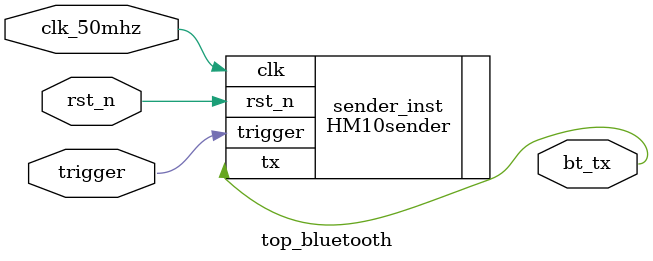
<source format=v>
module top_bluetooth #(
    parameter CLOCK_FREQ = 32'd50_000_000,
    parameter BAUD       = 32'd9600
)(
    input  wire clk_50mhz,
    input  wire rst_n,
    input  wire trigger,   // 1 cuando no hay porciones
    output wire bt_tx      // va al RX del HM-10
);

    HM10sender #(
        .CLOCK_FREQ(CLOCK_FREQ),
        .BAUD      (BAUD)
    ) sender_inst (
        .clk     (clk_50mhz),
        .rst_n   (rst_n),
        .trigger (trigger),
        .tx      (bt_tx)
    );

endmodule

</source>
